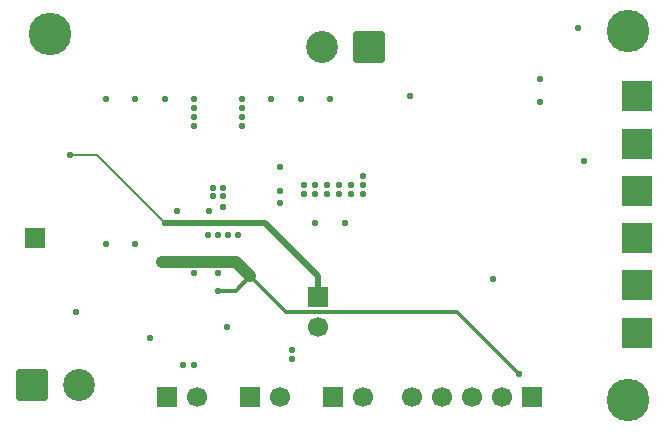
<source format=gbr>
%TF.GenerationSoftware,KiCad,Pcbnew,9.0.6+1*%
%TF.CreationDate,Date%
%TF.ProjectId,solar_smart_station,736f6c61-725f-4736-9d61-72745f737461,+ (Unreleased)*%
%TF.SameCoordinates,Original*%
%TF.FileFunction,Copper,L3,Inr*%
%TF.FilePolarity,Positive*%
%FSLAX46Y46*%
G04 Gerber Fmt 4.6, Leading zero omitted, Abs format (unit mm)*
G04 Created by KiCad*
%MOMM*%
%LPD*%
G01*
G04 APERTURE LIST*
G04 Aperture macros list*
%AMRoundRect*
0 Rectangle with rounded corners*
0 $1 Rounding radius*
0 $2 $3 $4 $5 $6 $7 $8 $9 X,Y pos of 4 corners*
0 Add a 4 corners polygon primitive as box body*
4,1,4,$2,$3,$4,$5,$6,$7,$8,$9,$2,$3,0*
0 Add four circle primitives for the rounded corners*
1,1,$1+$1,$2,$3*
1,1,$1+$1,$4,$5*
1,1,$1+$1,$6,$7*
1,1,$1+$1,$8,$9*
0 Add four rect primitives between the rounded corners*
20,1,$1+$1,$2,$3,$4,$5,0*
20,1,$1+$1,$4,$5,$6,$7,0*
20,1,$1+$1,$6,$7,$8,$9,0*
20,1,$1+$1,$8,$9,$2,$3,0*%
G04 Aperture macros list end*
%TA.AperFunction,ComponentPad*%
%ADD10R,2.500000X2.500000*%
%TD*%
%TA.AperFunction,ComponentPad*%
%ADD11C,3.600000*%
%TD*%
%TA.AperFunction,ComponentPad*%
%ADD12R,1.700000X1.700000*%
%TD*%
%TA.AperFunction,ComponentPad*%
%ADD13C,1.700000*%
%TD*%
%TA.AperFunction,ComponentPad*%
%ADD14RoundRect,0.250001X1.099999X1.099999X-1.099999X1.099999X-1.099999X-1.099999X1.099999X-1.099999X0*%
%TD*%
%TA.AperFunction,ComponentPad*%
%ADD15C,2.700000*%
%TD*%
%TA.AperFunction,ComponentPad*%
%ADD16RoundRect,0.250001X-1.099999X-1.099999X1.099999X-1.099999X1.099999X1.099999X-1.099999X1.099999X0*%
%TD*%
%TA.AperFunction,ViaPad*%
%ADD17C,0.550000*%
%TD*%
%TA.AperFunction,Conductor*%
%ADD18C,0.300000*%
%TD*%
%TA.AperFunction,Conductor*%
%ADD19C,1.000000*%
%TD*%
%TA.AperFunction,Conductor*%
%ADD20C,0.500000*%
%TD*%
%TA.AperFunction,Conductor*%
%ADD21C,0.200000*%
%TD*%
G04 APERTURE END LIST*
D10*
%TO.N,Net-(H4-Pad1)*%
%TO.C,H4*%
X84000000Y-163500000D03*
%TD*%
D11*
%TO.N,unconnected-(H8-Pad1)_2*%
%TO.C,H8*%
X83250000Y-150000000D03*
%TD*%
D10*
%TO.N,Net-(H2-Pad1)*%
%TO.C,H2*%
X84000000Y-171500000D03*
%TD*%
%TO.N,-BATT*%
%TO.C,H6*%
X84000000Y-155500000D03*
%TD*%
D12*
%TO.N,REGN_5V*%
%TO.C,J2*%
X57000000Y-172475000D03*
D13*
%TO.N,LDO_IN*%
X57000000Y-175015000D03*
%TD*%
D10*
%TO.N,BATTERY_PACK*%
%TO.C,H1*%
X84000000Y-175500000D03*
%TD*%
D12*
%TO.N,VCC*%
%TO.C,J3*%
X75080000Y-181000000D03*
D13*
%TO.N,SWDIO*%
X72540000Y-181000000D03*
%TO.N,SWCLK*%
X70000000Y-181000000D03*
%TO.N,RST*%
X67460000Y-181000000D03*
%TO.N,GND*%
X64920000Y-181000000D03*
%TD*%
D10*
%TO.N,Net-(H3-Pad1)*%
%TO.C,H3*%
X84000000Y-167500000D03*
%TD*%
D12*
%TO.N,THERMISTOR_2*%
%TO.C,J5*%
X58225000Y-181000000D03*
D13*
%TO.N,GND*%
X60765000Y-181000000D03*
%TD*%
D11*
%TO.N,GND*%
%TO.C,H7*%
X34250000Y-150250000D03*
%TD*%
D10*
%TO.N,Net-(H5-Pad1)*%
%TO.C,H5*%
X84000000Y-159500000D03*
%TD*%
D12*
%TO.N,CE_N*%
%TO.C,J1*%
X44210000Y-181000000D03*
D13*
%TO.N,GND*%
X46750000Y-181000000D03*
%TD*%
D11*
%TO.N,GND*%
%TO.C,H9*%
X83250000Y-181250000D03*
%TD*%
D12*
%TO.N,/Project Architecture/SolarCharger/QON*%
%TO.C,TP1*%
X33000000Y-167500000D03*
%TD*%
%TO.N,THERMISTOR*%
%TO.C,J4*%
X51225000Y-181000000D03*
D13*
%TO.N,GND*%
X53765000Y-181000000D03*
%TD*%
D14*
%TO.N,SYSTEM_LOAD*%
%TO.C,JST2*%
X61257500Y-151300000D03*
D15*
%TO.N,GND*%
X57297500Y-151300000D03*
%TD*%
D16*
%TO.N,+21V*%
%TO.C,JST1*%
X32742500Y-179950000D03*
D15*
%TO.N,GND*%
X36702500Y-179950000D03*
%TD*%
D17*
%TO.N,GND*%
X39000000Y-155750000D03*
X53750000Y-163500000D03*
X59250000Y-166250000D03*
X41500000Y-168015000D03*
X55500000Y-155750000D03*
X44000000Y-155750000D03*
X58000000Y-155750000D03*
X36500000Y-173750000D03*
X54750000Y-177750000D03*
X39000000Y-168015000D03*
X53000000Y-155750000D03*
X54750000Y-177000000D03*
X56750000Y-166250000D03*
X53750000Y-161500000D03*
X47750000Y-165250000D03*
X41500000Y-155750000D03*
%TO.N,Net-(U1-SW1)*%
X48050002Y-163250000D03*
X46500000Y-155750000D03*
X45000000Y-165250000D03*
X46500000Y-158000000D03*
X46500000Y-157250000D03*
X48050002Y-163949998D03*
X46500000Y-156500000D03*
%TO.N,Net-(U1-SW2)*%
X48950000Y-163250000D03*
X50500000Y-156500000D03*
X50500000Y-157250000D03*
X50500000Y-158000000D03*
X53750000Y-164500000D03*
X50500000Y-155750000D03*
X48950000Y-163950000D03*
%TO.N,BATTERY_PACK*%
X59750000Y-163000000D03*
X56750000Y-163750000D03*
X58750000Y-163750000D03*
X60750000Y-163750000D03*
X55750000Y-163750000D03*
X57750000Y-163000000D03*
X60750000Y-163000000D03*
X60750000Y-162250000D03*
X56750000Y-163000000D03*
X57750000Y-163750000D03*
X55750000Y-163000000D03*
X58750000Y-163000000D03*
X59750000Y-163750000D03*
%TO.N,+3V3*%
X48499000Y-172000000D03*
X74000000Y-179000000D03*
X43750000Y-169500000D03*
X51250000Y-170750000D03*
%TO.N,REGN_5V*%
X36000000Y-160500000D03*
X53750000Y-167500000D03*
X44000000Y-166250000D03*
%TO.N,/Project Architecture/SolarCharger/QON*%
X47640540Y-167215154D03*
%TO.N,-BATT*%
X79500000Y-161000000D03*
X75750000Y-156000000D03*
X79000000Y-149750000D03*
X64750000Y-155500000D03*
X71750000Y-171000000D03*
X75750000Y-154000000D03*
%TO.N,CE_N*%
X48533841Y-167230993D03*
%TO.N,RST*%
X48500000Y-170500000D03*
%TO.N,SWDIO*%
X45500000Y-178250000D03*
%TO.N,SWCLK*%
X46500000Y-178250000D03*
%TO.N,SCL*%
X49385961Y-167246832D03*
X46500000Y-170500000D03*
%TO.N,INT_N*%
X49250000Y-175000000D03*
X48948814Y-164846338D03*
%TO.N,SDA*%
X50218376Y-167239664D03*
X42750000Y-176000000D03*
%TD*%
D18*
%TO.N,+3V3*%
X74000000Y-179000000D02*
X68750000Y-173750000D01*
X68750000Y-173750000D02*
X54250000Y-173750000D01*
D19*
X51250000Y-170750000D02*
X50000000Y-169500000D01*
X50000000Y-169500000D02*
X43750000Y-169500000D01*
D18*
X54250000Y-173750000D02*
X51250000Y-170750000D01*
X48499000Y-172000000D02*
X50000000Y-172000000D01*
X50000000Y-172000000D02*
X51250000Y-170750000D01*
D20*
%TO.N,REGN_5V*%
X57000000Y-172475000D02*
X57000000Y-170750000D01*
D21*
X44000000Y-166250000D02*
X38250000Y-160500000D01*
D20*
X52500000Y-166250000D02*
X44000000Y-166250000D01*
D21*
X38250000Y-160500000D02*
X36000000Y-160500000D01*
D20*
X57000000Y-170750000D02*
X52500000Y-166250000D01*
%TD*%
M02*

</source>
